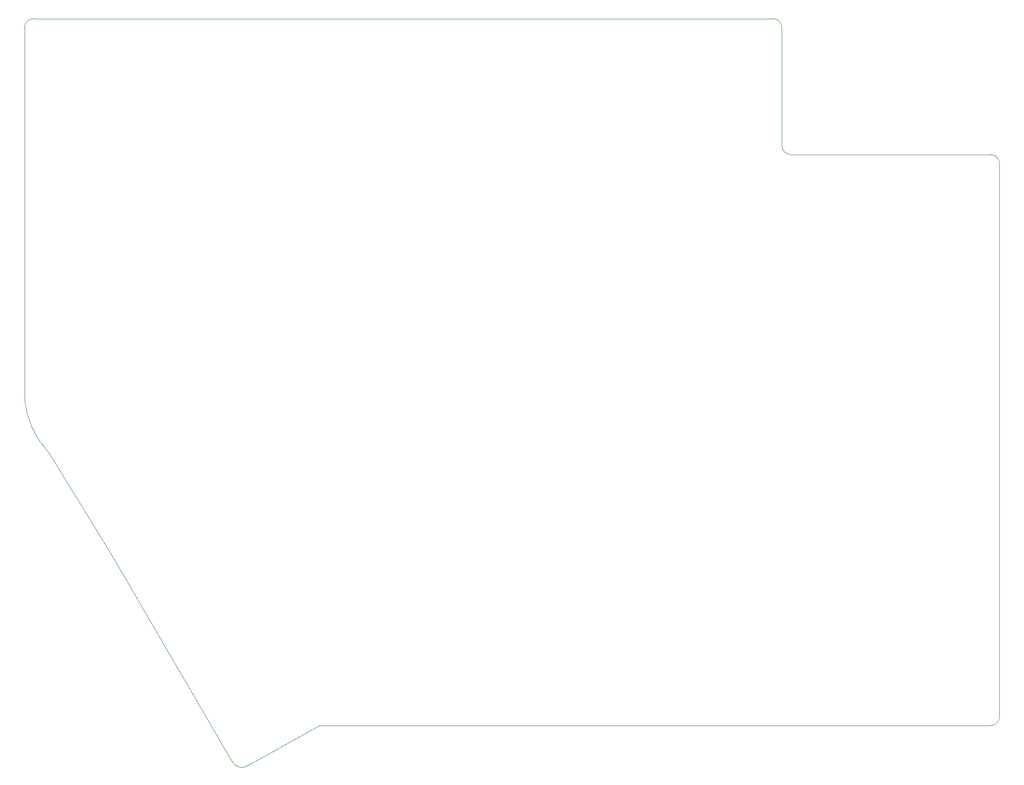
<source format=gm1>
G04 #@! TF.GenerationSoftware,KiCad,Pcbnew,5.1.10*
G04 #@! TF.CreationDate,2021-07-11T16:16:24-04:00*
G04 #@! TF.ProjectId,v02_right,7630325f-7269-4676-9874-2e6b69636164,rev?*
G04 #@! TF.SameCoordinates,Original*
G04 #@! TF.FileFunction,Profile,NP*
%FSLAX46Y46*%
G04 Gerber Fmt 4.6, Leading zero omitted, Abs format (unit mm)*
G04 Created by KiCad (PCBNEW 5.1.10) date 2021-07-11 16:16:24*
%MOMM*%
%LPD*%
G01*
G04 APERTURE LIST*
G04 #@! TA.AperFunction,Profile*
%ADD10C,0.050000*%
G04 #@! TD*
G04 APERTURE END LIST*
D10*
X-147412058Y-154618059D02*
G75*
G02*
X-150149999Y-153974999I-1087942J1518059D01*
G01*
X-15875000Y-146050000D02*
G75*
G02*
X-17462500Y-147637500I-1587500J0D01*
G01*
X-17462500Y-47625000D02*
G75*
G02*
X-15875000Y-49212500I0J-1587500D01*
G01*
X-52387500Y-47625000D02*
G75*
G02*
X-53975000Y-46037500I0J1587500D01*
G01*
X-182347367Y-99756036D02*
G75*
G02*
X-186531249Y-90487499I11691117J10856036D01*
G01*
X-171450000Y-117475000D02*
X-182347367Y-99756036D01*
X-186531250Y-25400000D02*
X-186531249Y-90487499D01*
X-150149999Y-153974999D02*
X-171450000Y-117475000D01*
X-134937500Y-147637500D02*
X-147412058Y-154618059D01*
X-186531250Y-25400000D02*
G75*
G02*
X-184943750Y-23812500I1587500J0D01*
G01*
X-55562500Y-23812500D02*
G75*
G02*
X-53975000Y-25400000I0J-1587500D01*
G01*
X-15875000Y-146050000D02*
X-15875000Y-49212500D01*
X-17462500Y-147637500D02*
X-134937500Y-147637500D01*
X-184943750Y-23812500D02*
X-55562500Y-23812500D01*
X-53975000Y-46037500D02*
X-53975000Y-25400000D01*
X-52387500Y-47625000D02*
X-17462500Y-47625000D01*
M02*

</source>
